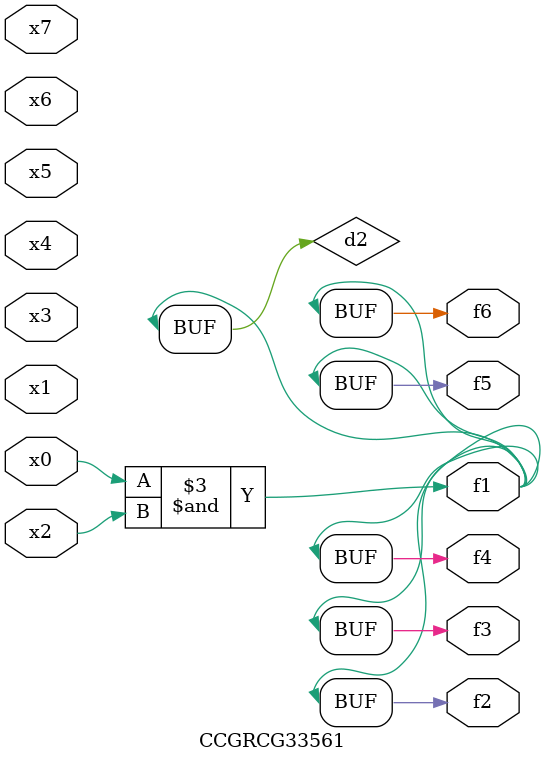
<source format=v>
module CCGRCG33561(
	input x0, x1, x2, x3, x4, x5, x6, x7,
	output f1, f2, f3, f4, f5, f6
);

	wire d1, d2;

	nor (d1, x3, x6);
	and (d2, x0, x2);
	assign f1 = d2;
	assign f2 = d2;
	assign f3 = d2;
	assign f4 = d2;
	assign f5 = d2;
	assign f6 = d2;
endmodule

</source>
